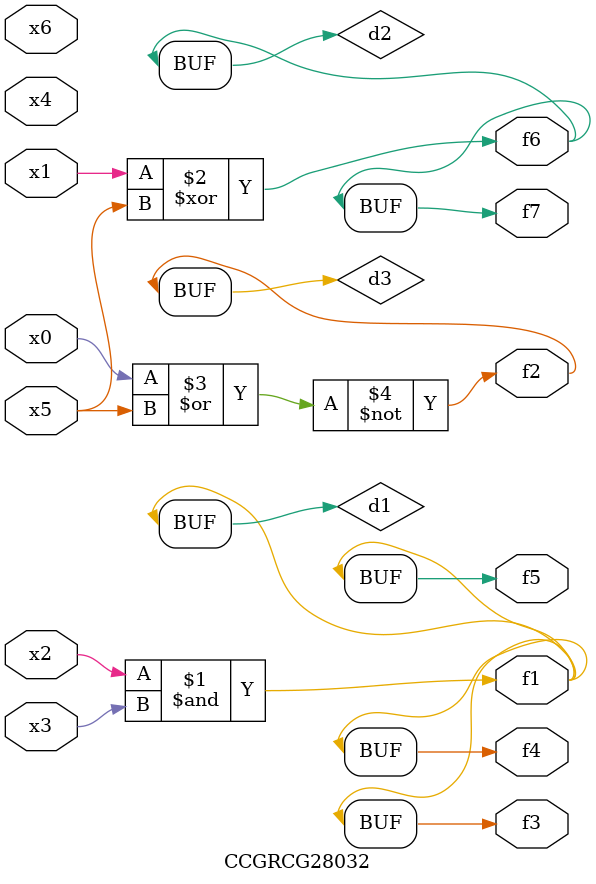
<source format=v>
module CCGRCG28032(
	input x0, x1, x2, x3, x4, x5, x6,
	output f1, f2, f3, f4, f5, f6, f7
);

	wire d1, d2, d3;

	and (d1, x2, x3);
	xor (d2, x1, x5);
	nor (d3, x0, x5);
	assign f1 = d1;
	assign f2 = d3;
	assign f3 = d1;
	assign f4 = d1;
	assign f5 = d1;
	assign f6 = d2;
	assign f7 = d2;
endmodule

</source>
